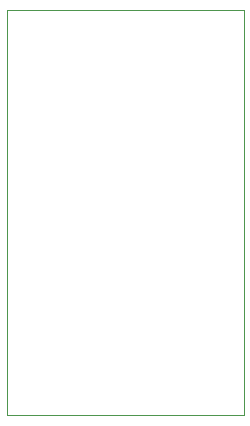
<source format=gbr>
%TF.GenerationSoftware,KiCad,Pcbnew,9.0.1*%
%TF.CreationDate,2025-06-09T01:02:34-04:00*%
%TF.ProjectId,Pneumatactors_1Xiao_PiezoPumps_2Valves,506e6575-6d61-4746-9163-746f72735f31,rev?*%
%TF.SameCoordinates,Original*%
%TF.FileFunction,Profile,NP*%
%FSLAX46Y46*%
G04 Gerber Fmt 4.6, Leading zero omitted, Abs format (unit mm)*
G04 Created by KiCad (PCBNEW 9.0.1) date 2025-06-09 01:02:34*
%MOMM*%
%LPD*%
G01*
G04 APERTURE LIST*
%TA.AperFunction,Profile*%
%ADD10C,0.100000*%
%TD*%
G04 APERTURE END LIST*
D10*
X30226000Y-53340000D02*
X50292000Y-53340000D01*
X50292000Y-87630000D01*
X30226000Y-87630000D01*
X30226000Y-53340000D01*
M02*

</source>
